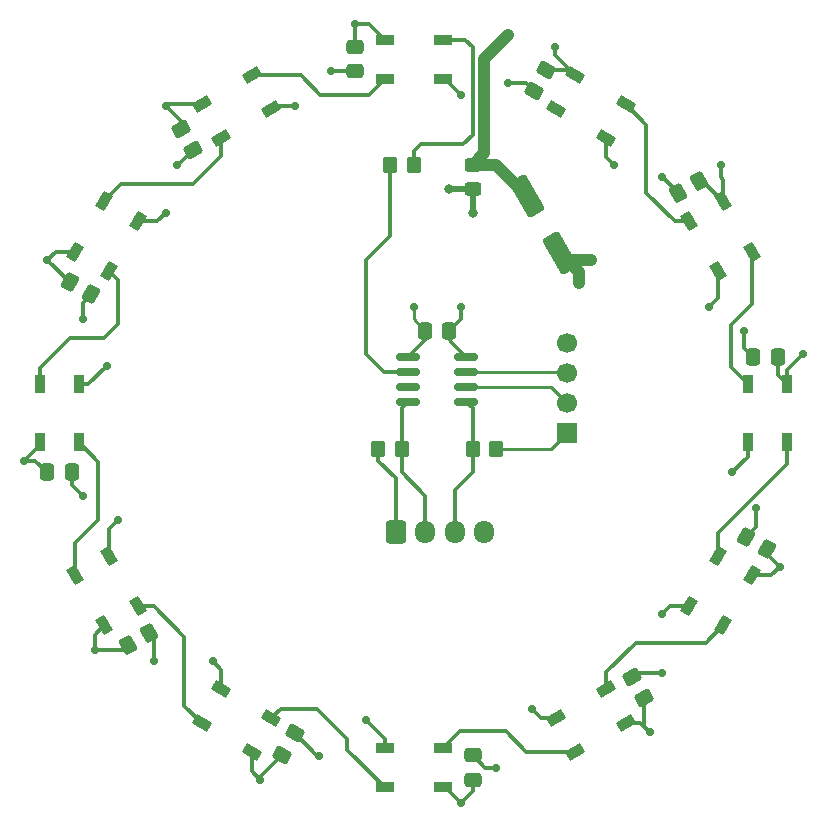
<source format=gbr>
%TF.GenerationSoftware,KiCad,Pcbnew,9.0.6*%
%TF.CreationDate,2026-02-24T16:40:53+01:00*%
%TF.ProjectId,MPC-Status,4d50432d-5374-4617-9475-732e6b696361,rev?*%
%TF.SameCoordinates,Original*%
%TF.FileFunction,Copper,L1,Top*%
%TF.FilePolarity,Positive*%
%FSLAX46Y46*%
G04 Gerber Fmt 4.6, Leading zero omitted, Abs format (unit mm)*
G04 Created by KiCad (PCBNEW 9.0.6) date 2026-02-24 16:40:53*
%MOMM*%
%LPD*%
G01*
G04 APERTURE LIST*
G04 Aperture macros list*
%AMRoundRect*
0 Rectangle with rounded corners*
0 $1 Rounding radius*
0 $2 $3 $4 $5 $6 $7 $8 $9 X,Y pos of 4 corners*
0 Add a 4 corners polygon primitive as box body*
4,1,4,$2,$3,$4,$5,$6,$7,$8,$9,$2,$3,0*
0 Add four circle primitives for the rounded corners*
1,1,$1+$1,$2,$3*
1,1,$1+$1,$4,$5*
1,1,$1+$1,$6,$7*
1,1,$1+$1,$8,$9*
0 Add four rect primitives between the rounded corners*
20,1,$1+$1,$2,$3,$4,$5,0*
20,1,$1+$1,$4,$5,$6,$7,0*
20,1,$1+$1,$6,$7,$8,$9,0*
20,1,$1+$1,$8,$9,$2,$3,0*%
G04 Aperture macros list end*
%TA.AperFunction,SMDPad,CuDef*%
%ADD10RoundRect,0.090000X0.751577X-0.018231X-0.391577X0.641769X-0.751577X0.018231X0.391577X-0.641769X0*%
%TD*%
%TA.AperFunction,SMDPad,CuDef*%
%ADD11RoundRect,0.250000X0.337500X0.475000X-0.337500X0.475000X-0.337500X-0.475000X0.337500X-0.475000X0*%
%TD*%
%TA.AperFunction,SMDPad,CuDef*%
%ADD12RoundRect,0.150000X-0.825000X-0.150000X0.825000X-0.150000X0.825000X0.150000X-0.825000X0.150000X0*%
%TD*%
%TA.AperFunction,SMDPad,CuDef*%
%ADD13RoundRect,0.090000X0.641769X-0.391577X-0.018231X0.751577X-0.641769X0.391577X0.018231X-0.751577X0*%
%TD*%
%TA.AperFunction,SMDPad,CuDef*%
%ADD14RoundRect,0.250000X0.054784X0.580112X-0.529784X0.242612X-0.054784X-0.580112X0.529784X-0.242612X0*%
%TD*%
%TA.AperFunction,SMDPad,CuDef*%
%ADD15RoundRect,0.250000X-0.054784X-0.580112X0.529784X-0.242612X0.054784X0.580112X-0.529784X0.242612X0*%
%TD*%
%TA.AperFunction,SMDPad,CuDef*%
%ADD16RoundRect,0.250000X0.580112X-0.054784X0.242612X0.529784X-0.580112X0.054784X-0.242612X-0.529784X0*%
%TD*%
%TA.AperFunction,SMDPad,CuDef*%
%ADD17RoundRect,0.250000X-0.350000X-0.450000X0.350000X-0.450000X0.350000X0.450000X-0.350000X0.450000X0*%
%TD*%
%TA.AperFunction,SMDPad,CuDef*%
%ADD18RoundRect,0.250000X0.350000X0.450000X-0.350000X0.450000X-0.350000X-0.450000X0.350000X-0.450000X0*%
%TD*%
%TA.AperFunction,SMDPad,CuDef*%
%ADD19RoundRect,0.090000X-0.360000X0.660000X-0.360000X-0.660000X0.360000X-0.660000X0.360000X0.660000X0*%
%TD*%
%TA.AperFunction,SMDPad,CuDef*%
%ADD20RoundRect,0.250000X-0.475000X0.337500X-0.475000X-0.337500X0.475000X-0.337500X0.475000X0.337500X0*%
%TD*%
%TA.AperFunction,SMDPad,CuDef*%
%ADD21RoundRect,0.090000X-0.751577X0.018231X0.391577X-0.641769X0.751577X-0.018231X-0.391577X0.641769X0*%
%TD*%
%TA.AperFunction,SMDPad,CuDef*%
%ADD22RoundRect,0.250000X-0.450000X0.325000X-0.450000X-0.325000X0.450000X-0.325000X0.450000X0.325000X0*%
%TD*%
%TA.AperFunction,SMDPad,CuDef*%
%ADD23RoundRect,0.250000X-0.529784X-0.242612X0.054784X-0.580112X0.529784X0.242612X-0.054784X0.580112X0*%
%TD*%
%TA.AperFunction,SMDPad,CuDef*%
%ADD24RoundRect,0.090000X0.660000X0.360000X-0.660000X0.360000X-0.660000X-0.360000X0.660000X-0.360000X0*%
%TD*%
%TA.AperFunction,SMDPad,CuDef*%
%ADD25RoundRect,0.250000X-0.580112X0.054784X-0.242612X-0.529784X0.580112X-0.054784X0.242612X0.529784X0*%
%TD*%
%TA.AperFunction,SMDPad,CuDef*%
%ADD26RoundRect,0.090000X0.360000X-0.660000X0.360000X0.660000X-0.360000X0.660000X-0.360000X-0.660000X0*%
%TD*%
%TA.AperFunction,SMDPad,CuDef*%
%ADD27RoundRect,0.090000X-0.641769X0.391577X0.018231X-0.751577X0.641769X-0.391577X-0.018231X0.751577X0*%
%TD*%
%TA.AperFunction,SMDPad,CuDef*%
%ADD28RoundRect,0.090000X0.018231X0.751577X-0.641769X-0.391577X-0.018231X-0.751577X0.641769X0.391577X0*%
%TD*%
%TA.AperFunction,SMDPad,CuDef*%
%ADD29RoundRect,0.090000X-0.018231X-0.751577X0.641769X0.391577X0.018231X0.751577X-0.641769X-0.391577X0*%
%TD*%
%TA.AperFunction,SMDPad,CuDef*%
%ADD30RoundRect,0.090000X0.391577X0.641769X-0.751577X-0.018231X-0.391577X-0.641769X0.751577X0.018231X0*%
%TD*%
%TA.AperFunction,SMDPad,CuDef*%
%ADD31RoundRect,0.250000X-0.337500X-0.475000X0.337500X-0.475000X0.337500X0.475000X-0.337500X0.475000X0*%
%TD*%
%TA.AperFunction,SMDPad,CuDef*%
%ADD32RoundRect,0.090000X-0.391577X-0.641769X0.751577X0.018231X0.391577X0.641769X-0.751577X-0.018231X0*%
%TD*%
%TA.AperFunction,SMDPad,CuDef*%
%ADD33RoundRect,0.250000X-0.242612X0.529784X-0.580112X-0.054784X0.242612X-0.529784X0.580112X0.054784X0*%
%TD*%
%TA.AperFunction,SMDPad,CuDef*%
%ADD34RoundRect,0.250000X0.529784X0.242612X-0.054784X0.580112X-0.529784X-0.242612X0.054784X-0.580112X0*%
%TD*%
%TA.AperFunction,SMDPad,CuDef*%
%ADD35RoundRect,0.250000X0.475000X-0.337500X0.475000X0.337500X-0.475000X0.337500X-0.475000X-0.337500X0*%
%TD*%
%TA.AperFunction,ComponentPad*%
%ADD36R,1.700000X1.700000*%
%TD*%
%TA.AperFunction,ComponentPad*%
%ADD37C,1.700000*%
%TD*%
%TA.AperFunction,SMDPad,CuDef*%
%ADD38RoundRect,0.250000X-1.226314X1.024038X0.273686X-1.574038X1.226314X-1.024038X-0.273686X1.574038X0*%
%TD*%
%TA.AperFunction,SMDPad,CuDef*%
%ADD39RoundRect,0.250000X0.242612X-0.529784X0.580112X0.054784X-0.242612X0.529784X-0.580112X-0.054784X0*%
%TD*%
%TA.AperFunction,SMDPad,CuDef*%
%ADD40RoundRect,0.090000X-0.660000X-0.360000X0.660000X-0.360000X0.660000X0.360000X-0.660000X0.360000X0*%
%TD*%
%TA.AperFunction,ComponentPad*%
%ADD41RoundRect,0.250000X-0.600000X-0.725000X0.600000X-0.725000X0.600000X0.725000X-0.600000X0.725000X0*%
%TD*%
%TA.AperFunction,ComponentPad*%
%ADD42O,1.700000X1.950000*%
%TD*%
%TA.AperFunction,ViaPad*%
%ADD43C,0.800000*%
%TD*%
%TA.AperFunction,ViaPad*%
%ADD44C,0.700000*%
%TD*%
%TA.AperFunction,Conductor*%
%ADD45C,0.300000*%
%TD*%
%TA.AperFunction,Conductor*%
%ADD46C,1.000000*%
%TD*%
%TA.AperFunction,Conductor*%
%ADD47C,0.500000*%
%TD*%
%TA.AperFunction,Conductor*%
%ADD48C,0.250000*%
%TD*%
G04 APERTURE END LIST*
D10*
%TO.P,D6,1,VDD*%
%TO.N,+5VD*%
X136296762Y-133653942D03*
%TO.P,D6,2,DOUT*%
%TO.N,Net-(D6-DOUT)*%
X137946762Y-130796058D03*
%TO.P,D6,3,VSS*%
%TO.N,GND*%
X133703238Y-128346058D03*
%TO.P,D6,4,DIN*%
%TO.N,Net-(D5-DOUT)*%
X132053238Y-131203942D03*
%TD*%
D11*
%TO.P,C14,1*%
%TO.N,GND*%
X153037500Y-98000000D03*
%TO.P,C14,2*%
%TO.N,+5V*%
X150962500Y-98000000D03*
%TD*%
D12*
%TO.P,U1,1,VCC*%
%TO.N,+5V*%
X149525000Y-100190000D03*
%TO.P,U1,2,PA6*%
%TO.N,Neopixel_DATA*%
X149525000Y-101460000D03*
%TO.P,U1,3,PA7*%
%TO.N,unconnected-(U1-PA7-Pad3)*%
X149525000Y-102730000D03*
%TO.P,U1,4,PA1*%
%TO.N,I2C_SDA*%
X149525000Y-104000000D03*
%TO.P,U1,5,PA2*%
%TO.N,I2C_SCL*%
X154475000Y-104000000D03*
%TO.P,U1,6,~{RESET}/PA0*%
%TO.N,Reset*%
X154475000Y-102730000D03*
%TO.P,U1,7,PA3*%
%TO.N,Programmierpin*%
X154475000Y-101460000D03*
%TO.P,U1,8,GND*%
%TO.N,GND*%
X154475000Y-100190000D03*
%TD*%
D13*
%TO.P,D5,1,VDD*%
%TO.N,+5VD*%
X123796058Y-122946762D03*
%TO.P,D5,2,DOUT*%
%TO.N,Net-(D5-DOUT)*%
X126653942Y-121296762D03*
%TO.P,D5,3,VSS*%
%TO.N,GND*%
X124203942Y-117053238D03*
%TO.P,D5,4,DIN*%
%TO.N,Net-(D4-DOUT)*%
X121346058Y-118703238D03*
%TD*%
D14*
%TO.P,C12,1*%
%TO.N,+5VD*%
X174198501Y-85281250D03*
%TO.P,C12,2*%
%TO.N,GND*%
X172401499Y-86318750D03*
%TD*%
D15*
%TO.P,C6,1*%
%TO.N,+5VD*%
X125802998Y-124637500D03*
%TO.P,C6,2*%
%TO.N,GND*%
X127600000Y-123600000D03*
%TD*%
D16*
%TO.P,C9,1*%
%TO.N,+5VD*%
X169518750Y-129098501D03*
%TO.P,C9,2*%
%TO.N,GND*%
X168481250Y-127301499D03*
%TD*%
D17*
%TO.P,R1,1*%
%TO.N,Neopixel_DATA*%
X148000000Y-84000000D03*
%TO.P,R1,2*%
%TO.N,Net-(D1-DIN)*%
X150000000Y-84000000D03*
%TD*%
D18*
%TO.P,R3,1*%
%TO.N,GND*%
X157000000Y-108000000D03*
%TO.P,R3,2*%
%TO.N,I2C_SCL*%
X155000000Y-108000000D03*
%TD*%
D19*
%TO.P,D10,1,VDD*%
%TO.N,+5VD*%
X181650000Y-102550000D03*
%TO.P,D10,2,DOUT*%
%TO.N,Net-(D10-DOUT)*%
X178350000Y-102550000D03*
%TO.P,D10,3,VSS*%
%TO.N,GND*%
X178350000Y-107450000D03*
%TO.P,D10,4,DIN*%
%TO.N,DOUT{slash}IN*%
X181650000Y-107450000D03*
%TD*%
D20*
%TO.P,C2,1*%
%TO.N,+5VD*%
X145000000Y-73962500D03*
%TO.P,C2,2*%
%TO.N,GND*%
X145000000Y-76037500D03*
%TD*%
D21*
%TO.P,D12,1,VDD*%
%TO.N,+5VD*%
X163703238Y-76346058D03*
%TO.P,D12,2,DOUT*%
%TO.N,unconnected-(D12-DOUT-Pad2)*%
X162053238Y-79203942D03*
%TO.P,D12,3,VSS*%
%TO.N,GND*%
X166296762Y-81653942D03*
%TO.P,D12,4,DIN*%
%TO.N,Net-(D11-DOUT)*%
X167946762Y-78796058D03*
%TD*%
D22*
%TO.P,F1,1*%
%TO.N,+5VD*%
X155000000Y-83975000D03*
%TO.P,F1,2*%
%TO.N,+5V*%
X155000000Y-86025000D03*
%TD*%
D23*
%TO.P,C4,1*%
%TO.N,+5VD*%
X120901499Y-93881250D03*
%TO.P,C4,2*%
%TO.N,GND*%
X122698501Y-94918750D03*
%TD*%
D24*
%TO.P,D7,1,VDD*%
%TO.N,+5VD*%
X152450000Y-136650000D03*
%TO.P,D7,2,DOUT*%
%TO.N,Net-(D7-DOUT)*%
X152450000Y-133350000D03*
%TO.P,D7,3,VSS*%
%TO.N,GND*%
X147550000Y-133350000D03*
%TO.P,D7,4,DIN*%
%TO.N,Net-(D6-DOUT)*%
X147550000Y-136650000D03*
%TD*%
D25*
%TO.P,C3,1*%
%TO.N,+5VD*%
X130281250Y-80901499D03*
%TO.P,C3,2*%
%TO.N,GND*%
X131318750Y-82698501D03*
%TD*%
D26*
%TO.P,D4,1,VDD*%
%TO.N,+5VD*%
X118350000Y-107450000D03*
%TO.P,D4,2,DOUT*%
%TO.N,Net-(D4-DOUT)*%
X121650000Y-107450000D03*
%TO.P,D4,3,VSS*%
%TO.N,GND*%
X121650000Y-102550000D03*
%TO.P,D4,4,DIN*%
%TO.N,Net-(D3-DOUT)*%
X118350000Y-102550000D03*
%TD*%
D27*
%TO.P,D11,1,VDD*%
%TO.N,+5VD*%
X176203942Y-87053238D03*
%TO.P,D11,2,DOUT*%
%TO.N,Net-(D11-DOUT)*%
X173346058Y-88703238D03*
%TO.P,D11,3,VSS*%
%TO.N,GND*%
X175796058Y-92946762D03*
%TO.P,D11,4,DIN*%
%TO.N,Net-(D10-DOUT)*%
X178653942Y-91296762D03*
%TD*%
D28*
%TO.P,D9,1,VDD*%
%TO.N,+5VD*%
X178653942Y-118703238D03*
%TO.P,D9,2,DOUT*%
%TO.N,DOUT{slash}IN*%
X175796058Y-117053238D03*
%TO.P,D9,3,VSS*%
%TO.N,GND*%
X173346058Y-121296762D03*
%TO.P,D9,4,DIN*%
%TO.N,Net-(D8-DOUT)*%
X176203942Y-122946762D03*
%TD*%
D29*
%TO.P,D3,1,VDD*%
%TO.N,+5VD*%
X121346058Y-91296762D03*
%TO.P,D3,2,DOUT*%
%TO.N,Net-(D3-DOUT)*%
X124203942Y-92946762D03*
%TO.P,D3,3,VSS*%
%TO.N,GND*%
X126653942Y-88703238D03*
%TO.P,D3,4,DIN*%
%TO.N,Net-(D2-DOUT)*%
X123796058Y-87053238D03*
%TD*%
D30*
%TO.P,D8,1,VDD*%
%TO.N,+5VD*%
X167946762Y-131203942D03*
%TO.P,D8,2,DOUT*%
%TO.N,Net-(D8-DOUT)*%
X166296762Y-128346058D03*
%TO.P,D8,3,VSS*%
%TO.N,GND*%
X162053238Y-130796058D03*
%TO.P,D8,4,DIN*%
%TO.N,Net-(D7-DOUT)*%
X163703238Y-133653942D03*
%TD*%
D31*
%TO.P,C5,1*%
%TO.N,+5VD*%
X118962500Y-110000000D03*
%TO.P,C5,2*%
%TO.N,GND*%
X121037500Y-110000000D03*
%TD*%
D32*
%TO.P,D2,1,VDD*%
%TO.N,+5VD*%
X132053238Y-78796058D03*
%TO.P,D2,2,DOUT*%
%TO.N,Net-(D2-DOUT)*%
X133703238Y-81653942D03*
%TO.P,D2,3,VSS*%
%TO.N,GND*%
X137946762Y-79203942D03*
%TO.P,D2,4,DIN*%
%TO.N,Net-(D1-DOUT)*%
X136296762Y-76346058D03*
%TD*%
D33*
%TO.P,C13,1*%
%TO.N,+5VD*%
X161218750Y-75901499D03*
%TO.P,C13,2*%
%TO.N,GND*%
X160181250Y-77698501D03*
%TD*%
D34*
%TO.P,C1,1*%
%TO.N,+5VD*%
X179898501Y-116518750D03*
%TO.P,C1,2*%
%TO.N,GND*%
X178101499Y-115481250D03*
%TD*%
D35*
%TO.P,C8,1*%
%TO.N,+5VD*%
X155000000Y-136037500D03*
%TO.P,C8,2*%
%TO.N,GND*%
X155000000Y-133962500D03*
%TD*%
D11*
%TO.P,C11,1*%
%TO.N,+5VD*%
X180837500Y-100200000D03*
%TO.P,C11,2*%
%TO.N,GND*%
X178762500Y-100200000D03*
%TD*%
D36*
%TO.P,J1,1,Pin_1*%
%TO.N,GND*%
X163000000Y-106620000D03*
D37*
%TO.P,J1,2,Pin_2*%
%TO.N,Reset*%
X163000000Y-104080000D03*
%TO.P,J1,3,Pin_3*%
%TO.N,Programmierpin*%
X163000000Y-101540000D03*
%TO.P,J1,4,Pin_4*%
%TO.N,+5V*%
X163000000Y-99000000D03*
%TD*%
D38*
%TO.P,C10,2*%
%TO.N,GND*%
X162400000Y-91424871D03*
%TO.P,C10,1*%
%TO.N,+5VD*%
X159600000Y-86575129D03*
%TD*%
D17*
%TO.P,R2,1*%
%TO.N,GND*%
X147000000Y-108000000D03*
%TO.P,R2,2*%
%TO.N,I2C_SDA*%
X149000000Y-108000000D03*
%TD*%
D39*
%TO.P,C7,1*%
%TO.N,+5VD*%
X138881250Y-133898501D03*
%TO.P,C7,2*%
%TO.N,GND*%
X139918750Y-132101499D03*
%TD*%
D40*
%TO.P,D1,1,VDD*%
%TO.N,+5VD*%
X147550000Y-73350000D03*
%TO.P,D1,2,DOUT*%
%TO.N,Net-(D1-DOUT)*%
X147550000Y-76650000D03*
%TO.P,D1,3,VSS*%
%TO.N,GND*%
X152450000Y-76650000D03*
%TO.P,D1,4,DIN*%
%TO.N,Net-(D1-DIN)*%
X152450000Y-73350000D03*
%TD*%
D41*
%TO.P,J2,1,Pin_1*%
%TO.N,GND*%
X148500000Y-115000000D03*
D42*
%TO.P,J2,2,Pin_2*%
%TO.N,I2C_SDA*%
X151000000Y-115000000D03*
%TO.P,J2,3,Pin_3*%
%TO.N,I2C_SCL*%
X153500000Y-115000000D03*
%TO.P,J2,4,Pin_4*%
%TO.N,+5V*%
X156000000Y-115000000D03*
%TD*%
D43*
%TO.N,+5VD*%
X157000000Y-74000000D03*
X156000000Y-75000000D03*
X158000000Y-73000000D03*
%TO.N,GND*%
X165000000Y-92000000D03*
X164000000Y-94000000D03*
%TO.N,+5V*%
X153000000Y-86000000D03*
X155000000Y-88000000D03*
D44*
X150000000Y-96000000D03*
%TO.N,GND*%
X130000000Y-84000000D03*
X133000000Y-126000000D03*
X160000000Y-130000000D03*
X125000000Y-114000000D03*
X124000000Y-101000000D03*
X140000000Y-79000000D03*
X143000000Y-76000000D03*
X158000000Y-77000000D03*
X142000000Y-134000000D03*
X157000000Y-135000000D03*
X167000000Y-84000000D03*
X154000000Y-78000000D03*
X171000000Y-85000000D03*
X129000000Y-88000000D03*
X122000000Y-97000000D03*
X154000000Y-96000000D03*
X128000000Y-126000000D03*
X179000000Y-113000000D03*
X171000000Y-127000000D03*
X178000000Y-98000000D03*
X175000000Y-96000000D03*
X177000000Y-110000000D03*
X171000000Y-122000000D03*
X146000000Y-131000000D03*
X122000000Y-112000000D03*
%TO.N,+5VD*%
X162000000Y-74000000D03*
X176000000Y-84000000D03*
X119000000Y-92000000D03*
X145000000Y-72000000D03*
X137000000Y-136000000D03*
X123000000Y-125000000D03*
X117000000Y-109000000D03*
X129000000Y-79000000D03*
X154000000Y-138000000D03*
X170000000Y-132000000D03*
X183000000Y-100000000D03*
X181000000Y-118000000D03*
%TD*%
D45*
%TO.N,Net-(D1-DIN)*%
X155000000Y-74000000D02*
X154350000Y-73350000D01*
X155000000Y-81400000D02*
X155000000Y-74000000D01*
X154200000Y-82200000D02*
X155000000Y-81400000D01*
X150600000Y-82200000D02*
X154200000Y-82200000D01*
X154350000Y-73350000D02*
X152450000Y-73350000D01*
X150000000Y-84000000D02*
X150000000Y-82800000D01*
X150000000Y-82800000D02*
X150600000Y-82200000D01*
%TO.N,Neopixel_DATA*%
X148000000Y-90000000D02*
X146000000Y-92000000D01*
X148000000Y-84000000D02*
X148000000Y-90000000D01*
D46*
%TO.N,+5VD*%
X157000000Y-74000000D02*
X158000000Y-73000000D01*
X156000000Y-75000000D02*
X157000000Y-74000000D01*
X156000000Y-82975000D02*
X156000000Y-75000000D01*
X155000000Y-83975000D02*
X156000000Y-82975000D01*
X156999871Y-83975000D02*
X155000000Y-83975000D01*
X159600000Y-86575129D02*
X156999871Y-83975000D01*
%TO.N,GND*%
X162975129Y-92000000D02*
X162400000Y-91424871D01*
X165000000Y-92000000D02*
X162975129Y-92000000D01*
X164000000Y-93024871D02*
X162400000Y-91424871D01*
X164000000Y-94000000D02*
X164000000Y-93024871D01*
D47*
%TO.N,+5V*%
X154975000Y-86000000D02*
X155000000Y-86025000D01*
X153000000Y-86000000D02*
X154975000Y-86000000D01*
X155000000Y-88000000D02*
X155000000Y-86025000D01*
D45*
%TO.N,GND*%
X154000000Y-97037500D02*
X153037500Y-98000000D01*
X154000000Y-96000000D02*
X154000000Y-97037500D01*
D48*
%TO.N,+5V*%
X150000000Y-97037500D02*
X150962500Y-98000000D01*
X150000000Y-96000000D02*
X150000000Y-97037500D01*
%TO.N,GND*%
X153037500Y-98752500D02*
X153037500Y-98000000D01*
X154475000Y-100190000D02*
X153037500Y-98752500D01*
X157000000Y-108000000D02*
X161620000Y-108000000D01*
X161620000Y-108000000D02*
X163000000Y-106620000D01*
%TO.N,Reset*%
X163000000Y-104080000D02*
X161650000Y-102730000D01*
X161650000Y-102730000D02*
X154475000Y-102730000D01*
%TO.N,Programmierpin*%
X162920000Y-101460000D02*
X163000000Y-101540000D01*
X154475000Y-101460000D02*
X162920000Y-101460000D01*
D45*
%TO.N,GND*%
X133703238Y-128346058D02*
X133703238Y-126703238D01*
X147550000Y-132550000D02*
X146000000Y-131000000D01*
X152450000Y-76650000D02*
X152650000Y-76650000D01*
X147550000Y-133350000D02*
X147550000Y-132550000D01*
X130017251Y-84000000D02*
X131318750Y-82698501D01*
X175796058Y-92946762D02*
X175796058Y-95203942D01*
X122000000Y-97000000D02*
X122000000Y-95617251D01*
X130000000Y-84000000D02*
X130017251Y-84000000D01*
X133703238Y-126703238D02*
X133000000Y-126000000D01*
X158000000Y-77000000D02*
X159482749Y-77000000D01*
X171082749Y-85000000D02*
X172401499Y-86318750D01*
X171703238Y-121296762D02*
X171000000Y-122000000D01*
X128000000Y-126000000D02*
X128000000Y-124000000D01*
X144962500Y-76000000D02*
X145000000Y-76037500D01*
X147000000Y-109000000D02*
X148500000Y-110500000D01*
X166296762Y-81653942D02*
X166296762Y-83296762D01*
X124203942Y-114796058D02*
X125000000Y-114000000D01*
X143000000Y-76000000D02*
X144962500Y-76000000D01*
X122450000Y-102550000D02*
X124000000Y-101000000D01*
X157000000Y-135000000D02*
X156037500Y-135000000D01*
X138150704Y-79000000D02*
X137946762Y-79203942D01*
X122000000Y-95617251D02*
X122698501Y-94918750D01*
X147000000Y-108000000D02*
X147000000Y-109000000D01*
X178350000Y-107450000D02*
X178350000Y-108650000D01*
X121037500Y-110000000D02*
X121037500Y-111037500D01*
X173346058Y-121296762D02*
X171703238Y-121296762D01*
X124203942Y-117053238D02*
X124203942Y-114796058D01*
X171000000Y-85000000D02*
X171082749Y-85000000D01*
X142000000Y-134000000D02*
X141817251Y-134000000D01*
X162053238Y-130796058D02*
X160796058Y-130796058D01*
X152650000Y-76650000D02*
X154000000Y-78000000D01*
X128296762Y-88703238D02*
X129000000Y-88000000D01*
X179000000Y-114582749D02*
X178101499Y-115481250D01*
X148500000Y-110500000D02*
X148500000Y-115000000D01*
X168782749Y-127000000D02*
X168481250Y-127301499D01*
X160796058Y-130796058D02*
X160000000Y-130000000D01*
X126653942Y-88703238D02*
X128296762Y-88703238D01*
X159482749Y-77000000D02*
X160181250Y-77698501D01*
X175796058Y-95203942D02*
X175000000Y-96000000D01*
X178000000Y-98000000D02*
X178000000Y-99437500D01*
X156037500Y-135000000D02*
X155000000Y-133962500D01*
X178350000Y-108650000D02*
X177000000Y-110000000D01*
X121037500Y-111037500D02*
X122000000Y-112000000D01*
X128000000Y-124000000D02*
X127600000Y-123600000D01*
X171000000Y-127000000D02*
X168782749Y-127000000D01*
X166296762Y-83296762D02*
X167000000Y-84000000D01*
X141817251Y-134000000D02*
X139918750Y-132101499D01*
X179000000Y-113000000D02*
X179000000Y-114582749D01*
X178000000Y-99437500D02*
X178762500Y-100200000D01*
X121650000Y-102550000D02*
X122450000Y-102550000D01*
X140000000Y-79000000D02*
X138150704Y-79000000D01*
%TO.N,+5VD*%
X163258679Y-75901499D02*
X163703238Y-76346058D01*
X180296762Y-118703238D02*
X181000000Y-118000000D01*
X147550000Y-73350000D02*
X146200000Y-72000000D01*
X161218750Y-75901499D02*
X163258679Y-75901499D01*
X176203942Y-85203942D02*
X176203942Y-87053238D01*
X162000000Y-74642820D02*
X163703238Y-76346058D01*
X130281250Y-80281250D02*
X129000000Y-79000000D01*
%TO.N,+5V*%
X150962500Y-98000000D02*
X150962500Y-98752500D01*
%TO.N,+5VD*%
X176000000Y-85000000D02*
X176203942Y-85203942D01*
X119703238Y-91296762D02*
X119000000Y-92000000D01*
X181650000Y-101350000D02*
X183000000Y-100000000D01*
X123000000Y-125000000D02*
X123000000Y-123742820D01*
X152650000Y-136650000D02*
X154000000Y-138000000D01*
X174431954Y-85281250D02*
X176203942Y-87053238D01*
X118350000Y-107450000D02*
X118350000Y-107650000D01*
X179898501Y-116518750D02*
X179898501Y-116898501D01*
X176000000Y-84000000D02*
X176000000Y-85000000D01*
X167946762Y-131203942D02*
X169203942Y-131203942D01*
X181650000Y-102550000D02*
X181650000Y-101350000D01*
X136296762Y-133653942D02*
X136296762Y-135296762D01*
X118350000Y-107650000D02*
X117000000Y-109000000D01*
X162000000Y-74000000D02*
X162000000Y-74642820D01*
X145000000Y-73962500D02*
X145000000Y-72000000D01*
X136296762Y-135296762D02*
X137000000Y-136000000D01*
X179898501Y-116898501D02*
X181000000Y-118000000D01*
X180837500Y-101737500D02*
X181650000Y-102550000D01*
X121346058Y-91296762D02*
X119703238Y-91296762D01*
X146200000Y-72000000D02*
X145000000Y-72000000D01*
X155000000Y-137000000D02*
X154000000Y-138000000D01*
X169203942Y-131203942D02*
X170000000Y-132000000D01*
X152450000Y-136650000D02*
X152650000Y-136650000D01*
X125440498Y-125000000D02*
X125802998Y-124637500D01*
X169518750Y-131518750D02*
X169518750Y-129098501D01*
X123000000Y-125000000D02*
X125440498Y-125000000D01*
X137000000Y-136000000D02*
X137000000Y-135779751D01*
X117000000Y-109000000D02*
X117962500Y-109000000D01*
X137000000Y-135779751D02*
X138881250Y-133898501D01*
X170000000Y-132000000D02*
X169518750Y-131518750D01*
X174198501Y-85281250D02*
X174431954Y-85281250D01*
X180837500Y-100200000D02*
X180837500Y-101737500D01*
X123000000Y-123742820D02*
X123796058Y-122946762D01*
X120901499Y-93881250D02*
X120881250Y-93881250D01*
X132053238Y-78796058D02*
X129203942Y-78796058D01*
X117962500Y-109000000D02*
X118962500Y-110000000D01*
X130281250Y-80901499D02*
X130281250Y-80281250D01*
X129203942Y-78796058D02*
X129000000Y-79000000D01*
X155000000Y-136037500D02*
X155000000Y-137000000D01*
X120881250Y-93881250D02*
X119000000Y-92000000D01*
%TO.N,+5V*%
X150962500Y-98752500D02*
X149525000Y-100190000D01*
%TO.N,+5VD*%
X178653942Y-118703238D02*
X180296762Y-118703238D01*
%TO.N,Net-(D1-DOUT)*%
X140446058Y-76346058D02*
X136296762Y-76346058D01*
X147550000Y-76650000D02*
X146200000Y-78000000D01*
X142100000Y-78000000D02*
X140446058Y-76346058D01*
X146200000Y-78000000D02*
X142100000Y-78000000D01*
%TO.N,Net-(D2-DOUT)*%
X125249296Y-85600000D02*
X123796058Y-87053238D01*
X131300000Y-85600000D02*
X125249296Y-85600000D01*
X133703238Y-81653942D02*
X133703238Y-83196762D01*
X133703238Y-83196762D02*
X131300000Y-85600000D01*
%TO.N,Net-(D3-DOUT)*%
X125000000Y-93742820D02*
X125000000Y-97400000D01*
X125000000Y-97400000D02*
X123800000Y-98600000D01*
X123800000Y-98600000D02*
X120900000Y-98600000D01*
X118350000Y-101150000D02*
X118350000Y-102550000D01*
X124203942Y-92946762D02*
X125000000Y-93742820D01*
X120900000Y-98600000D02*
X118350000Y-101150000D01*
%TO.N,Net-(D4-DOUT)*%
X121346058Y-115953942D02*
X121346058Y-118703238D01*
X123300000Y-109100000D02*
X123300000Y-114000000D01*
X121650000Y-107450000D02*
X123300000Y-109100000D01*
X123300000Y-114000000D02*
X121346058Y-115953942D01*
%TO.N,Net-(D5-DOUT)*%
X127996762Y-121296762D02*
X130600000Y-123900000D01*
X126653942Y-121296762D02*
X127996762Y-121296762D01*
X130600000Y-123900000D02*
X130600000Y-129750704D01*
X130600000Y-129750704D02*
X132053238Y-131203942D01*
%TO.N,Net-(D7-DOUT)*%
X157800000Y-131900000D02*
X159553942Y-133653942D01*
X159553942Y-133653942D02*
X163703238Y-133653942D01*
X152450000Y-133350000D02*
X153900000Y-131900000D01*
X153900000Y-131900000D02*
X157800000Y-131900000D01*
%TO.N,Net-(D8-DOUT)*%
X174750704Y-124400000D02*
X176203942Y-122946762D01*
X166296762Y-126903238D02*
X168800000Y-124400000D01*
X168800000Y-124400000D02*
X174750704Y-124400000D01*
X166296762Y-128346058D02*
X166296762Y-126903238D01*
%TO.N,Net-(D10-DOUT)*%
X176900000Y-101100000D02*
X176900000Y-97500000D01*
X178653942Y-95746058D02*
X178653942Y-91296762D01*
X176900000Y-97500000D02*
X178653942Y-95746058D01*
X178350000Y-102550000D02*
X176900000Y-101100000D01*
%TO.N,Net-(D6-DOUT)*%
X144400000Y-133500000D02*
X147550000Y-136650000D01*
X141800000Y-130000000D02*
X144400000Y-132600000D01*
X144400000Y-132600000D02*
X144400000Y-133500000D01*
X138742820Y-130000000D02*
X141800000Y-130000000D01*
X137946762Y-130796058D02*
X138742820Y-130000000D01*
%TO.N,Neopixel_DATA*%
X146000000Y-100000000D02*
X147460000Y-101460000D01*
X149525000Y-101460000D02*
X147460000Y-101460000D01*
X146000000Y-92000000D02*
X146000000Y-100000000D01*
%TO.N,I2C_SDA*%
X149000000Y-104525000D02*
X149000000Y-108000000D01*
X149525000Y-104000000D02*
X149000000Y-104525000D01*
X151000000Y-112000000D02*
X151000000Y-115000000D01*
X149000000Y-108000000D02*
X149000000Y-110000000D01*
X149000000Y-110000000D02*
X151000000Y-112000000D01*
%TO.N,I2C_SCL*%
X155000000Y-110000000D02*
X153500000Y-111500000D01*
X155000000Y-104525000D02*
X155000000Y-108000000D01*
X153500000Y-111500000D02*
X153500000Y-115000000D01*
X154475000Y-104000000D02*
X155000000Y-104525000D01*
X155000000Y-108000000D02*
X155000000Y-110000000D01*
%TO.N,DOUT{slash}IN*%
X181650000Y-109250000D02*
X181650000Y-107450000D01*
X175796058Y-117053238D02*
X175796058Y-115103942D01*
X175796058Y-115103942D02*
X181650000Y-109250000D01*
%TO.N,Net-(D11-DOUT)*%
X169700000Y-86300000D02*
X169700000Y-80549296D01*
X173346058Y-88703238D02*
X172103238Y-88703238D01*
X169700000Y-80549296D02*
X167946762Y-78796058D01*
X172103238Y-88703238D02*
X169700000Y-86300000D01*
%TD*%
M02*

</source>
